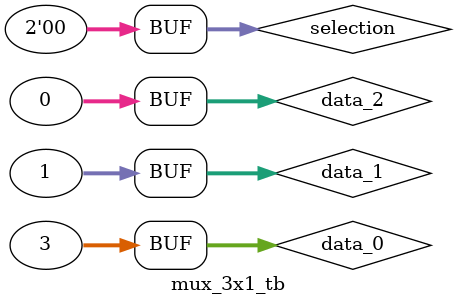
<source format=v>

module mux_3x1(
		output [31:0] out,
		input [1:0] select,
		input [31:0] in0,
		input [31:0] in1,
		input [31:0] in2
	);

parameter DATA_WIDTH = 32;

genvar i;
generate
	for(i = 0; i < DATA_WIDTH; i = i + 1)
		begin: mux
		nbit_mux #(.SELECT_WIDTH(2)) mux ({1'b0, in2[i], in1[i], in0[i]}, out[i], select);
		end
endgenerate

endmodule

module mux_3x1_tb(); 
	reg [31:0] data_0;
 	reg [31:0] data_1;
  	reg [31:0] data_2;
  
  	reg [1:0] selection;
  	wire [31:0] mux_out; 
	  
	mux_3x1 m(mux_out,selection,data_0 ,data_1, data_2);  
	
	initial
		begin
			data_0=32'b11;data_1=32'b01;data_2=32'b00;   
			selection =0; 		 
				
	end
	
endmodule
</source>
